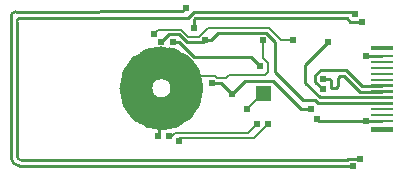
<source format=gbl>
G04 Layer: BottomLayer*
G04 EasyEDA v6.3.53, 2020-07-01T10:41:51+08:00*
G04 0114f2f07f584de3a350028a8d8a4532,2a3559ba94084103b258dd4c46581d95,10*
G04 Gerber Generator version 0.2*
G04 Scale: 100 percent, Rotated: No, Reflected: No *
G04 Dimensions in inches *
G04 leading zeros omitted , absolute positions ,2 integer and 4 decimal *
%FSLAX24Y24*%
%MOIN*%
G90*
G70D02*

%ADD11C,0.010000*%
%ADD14C,0.006000*%
%ADD16C,0.024000*%
%ADD33C,0.110000*%

%LPD*%
G54D14*
G01X8710Y6761D02*
G01X8710Y6159D01*
G01X8860Y6009D01*
G01X8860Y5709D01*
G01X8760Y5609D01*
G01X7550Y5609D01*
G01X7457Y5517D01*
G01X7160Y5517D01*
G54D11*
G01X300Y7559D02*
G01X300Y2839D01*
G01X565Y2574D02*
G01X580Y2579D01*
G01X11700Y2559D01*
G01X616Y2774D02*
G01X11499Y2761D01*
G01X11540Y2799D01*
G01X11940Y2799D01*
G01X11760Y7640D02*
G01X11700Y7700D01*
G01X6380Y7700D01*
G01X6180Y7500D01*
G01X600Y7499D01*
G01X6123Y7836D02*
G01X6005Y7718D01*
G01X450Y7709D01*
G01X496Y7384D02*
G01X506Y2854D01*
G01X12000Y7380D02*
G01X11600Y7380D01*
G01X11480Y7500D01*
G01X6440Y7500D01*
G01X6410Y7470D01*
G01X6410Y7161D01*
G54D14*
G01X9700Y6759D02*
G01X9287Y6759D01*
G01X8887Y7159D01*
G01X6860Y7159D01*
G01X6560Y6859D01*
G01X6210Y6859D01*
G01X5960Y7109D01*
G01X5210Y7109D01*
G01X5060Y6959D01*
G54D11*
G01X10310Y4459D02*
G01X9973Y4459D01*
G01X9022Y5411D01*
G01X8111Y5411D01*
G01X7660Y4959D01*
G54D14*
G01X7160Y5517D02*
G01X7111Y5565D01*
G01X6053Y5565D01*
G01X5250Y6011D01*
G54D11*
G01X6980Y5319D02*
G01X7300Y5319D01*
G01X7660Y4959D01*
G01X5210Y3559D02*
G01X5242Y3592D01*
G01X5242Y4313D01*
G01X5310Y6709D02*
G01X5560Y6959D01*
G01X5910Y6959D01*
G01X6160Y6709D01*
G01X6710Y6709D01*
G01X6760Y6759D01*
G54D14*
G01X5760Y3659D02*
G01X6009Y3659D01*
G01X6060Y3659D01*
G01X5560Y3559D02*
G01X5660Y3559D01*
G01X5760Y3659D01*
G01X8510Y3959D02*
G01X8210Y3659D01*
G01X6060Y3659D01*
G01X6060Y3659D01*
G01X5910Y3409D02*
G01X5910Y3509D01*
G01X8408Y3509D01*
G01X8860Y3961D01*
G01X8160Y4461D02*
G01X8690Y4991D01*
G01X8726Y4991D01*
G54D11*
G01X5710Y6709D02*
G01X5910Y6709D01*
G01X6409Y6211D01*
G01X8310Y6211D01*
G01X8610Y5911D01*
G01X6760Y6759D02*
G01X6960Y6759D01*
G01X7210Y7009D01*
G01X8810Y7009D01*
G01X9110Y6709D01*
G01X9110Y5709D01*
G01X10040Y4780D01*
G01X10420Y4780D01*
G01X10544Y4655D01*
G01X12660Y4655D01*
G01X12660Y4853D02*
G01X10587Y4853D01*
G01X10100Y5340D01*
G01X10100Y5947D01*
G01X10848Y6695D01*
G01X10690Y5120D02*
G01X10440Y5371D01*
G01X10440Y5599D01*
G01X10620Y5779D01*
G01X11460Y5779D01*
G01X11993Y5246D01*
G01X12660Y5246D01*
G01X12660Y5050D02*
G01X11930Y5050D01*
G01X11400Y5580D01*
G01X11260Y5580D01*
G01X11180Y5500D01*
G01X11180Y5240D01*
G01X11120Y5180D01*
G01X10960Y5180D01*
G01X10960Y5420D01*
G01X10900Y5480D01*
G01X10700Y5480D01*
G01X12660Y6230D02*
G01X12120Y6240D01*
G01X10480Y4139D02*
G01X10554Y4065D01*
G01X12660Y4065D01*
G36*
G01X8977Y5241D02*
G01X8477Y5241D01*
G01X8477Y4741D01*
G01X8977Y4741D01*
G01X8977Y5241D01*
G37*
G36*
G01X12305Y4104D02*
G01X12305Y4025D01*
G01X13014Y4025D01*
G01X13014Y4104D01*
G01X12305Y4104D01*
G37*
G36*
G01X12305Y4301D02*
G01X12305Y4222D01*
G01X13014Y4222D01*
G01X13014Y4301D01*
G01X12305Y4301D01*
G37*
G36*
G01X12305Y4498D02*
G01X12305Y4419D01*
G01X13014Y4419D01*
G01X13014Y4498D01*
G01X12305Y4498D01*
G37*
G36*
G01X12305Y4695D02*
G01X12305Y4616D01*
G01X13014Y4616D01*
G01X13014Y4695D01*
G01X12305Y4695D01*
G37*
G36*
G01X12305Y4892D02*
G01X12305Y4813D01*
G01X13014Y4813D01*
G01X13014Y4892D01*
G01X12305Y4892D01*
G37*
G36*
G01X12305Y5088D02*
G01X12305Y5010D01*
G01X13014Y5010D01*
G01X13014Y5088D01*
G01X12305Y5088D01*
G37*
G36*
G01X12305Y5285D02*
G01X12305Y5206D01*
G01X13014Y5206D01*
G01X13014Y5285D01*
G01X12305Y5285D01*
G37*
G36*
G01X12305Y5482D02*
G01X12305Y5403D01*
G01X13014Y5403D01*
G01X13014Y5482D01*
G01X12305Y5482D01*
G37*
G36*
G01X12305Y5679D02*
G01X12305Y5600D01*
G01X13014Y5600D01*
G01X13014Y5679D01*
G01X12305Y5679D01*
G37*
G36*
G01X12305Y5876D02*
G01X12305Y5797D01*
G01X13014Y5797D01*
G01X13014Y5876D01*
G01X12305Y5876D01*
G37*
G36*
G01X12305Y6073D02*
G01X12305Y5994D01*
G01X13014Y5994D01*
G01X13014Y6073D01*
G01X12305Y6073D01*
G37*
G36*
G01X12305Y6269D02*
G01X12305Y6191D01*
G01X13014Y6191D01*
G01X13014Y6269D01*
G01X12305Y6269D01*
G37*
G36*
G01X12305Y6577D02*
G01X12305Y6435D01*
G01X13014Y6435D01*
G01X13014Y6577D01*
G01X12305Y6577D01*
G37*
G36*
G01X12305Y3864D02*
G01X12305Y3714D01*
G01X13014Y3714D01*
G01X13014Y3864D01*
G01X12305Y3864D01*
G37*
G75*
G01X617Y2774D02*
G02X517Y2874I0J100D01*
G01*
G75*
G01X300Y7560D02*
G02X450Y7710I150J0D01*
G01*
G75*
G01X500Y7400D02*
G02X600Y7500I100J0D01*
G01*
G75*
G01X560Y2580D02*
G02X310Y2830I0J250D01*
G01*
G54D33*
G75*
G01X6160Y5161D02*
G03X6160Y5161I-850J0D01*
G01*
G54D16*
G01X8710Y6761D03*
G01X10310Y4459D03*
G01X10480Y4139D03*
G01X12000Y7379D03*
G01X11940Y2799D03*
G01X11760Y7639D03*
G01X11700Y2559D03*
G01X6123Y7836D03*
G01X10848Y6695D03*
G01X7660Y4959D03*
G01X8610Y5911D03*
G01X10690Y5120D03*
G01X10700Y5479D03*
G01X6410Y7161D03*
G01X8160Y4461D03*
G01X8510Y3959D03*
G01X8860Y3961D03*
G01X5710Y6709D03*
G01X5910Y3409D03*
G01X5560Y3559D03*
G01X6760Y6759D03*
G01X9700Y6759D03*
G01X5060Y6959D03*
G01X5210Y3559D03*
G01X6980Y5319D03*
G01X5310Y6709D03*
G01X12120Y6239D03*
G01X12120Y4079D03*
M00*
M02*

</source>
